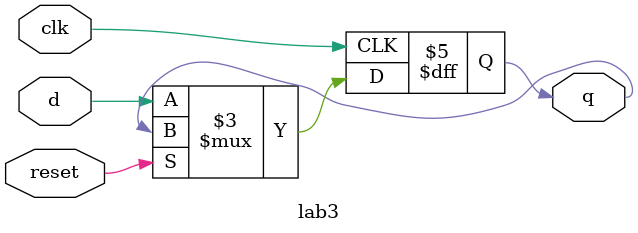
<source format=v>
module lab3(d,q,clk,reset);
  input d,clk,reset;
  output reg q;
  
  always @ (posedge clk) 
    begin 
      if(~reset)
      q <= d;
    end 
  
endmodule  
  

</source>
